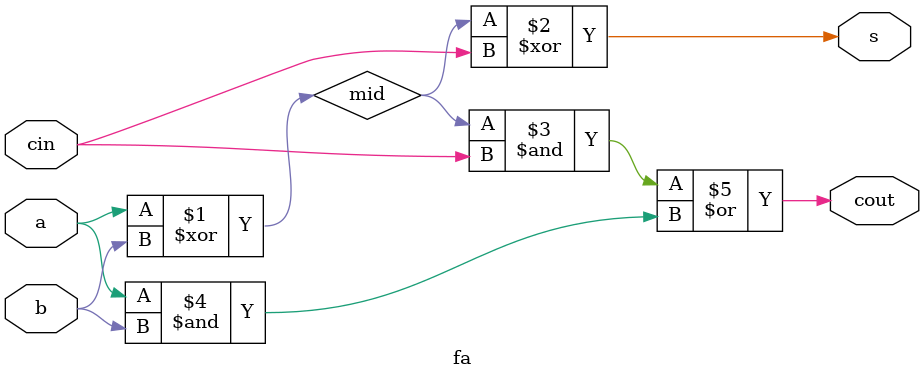
<source format=v>
`timescale 1ns / 1ps

module fa(
    input a,
    input b,
    input cin,
    output s,
    output cout
    );
    wire mid;
    
    assign mid = a ^ b;
    assign s = mid ^ cin;
    assign cout = (mid & cin) | (a & b);
    
endmodule
</source>
